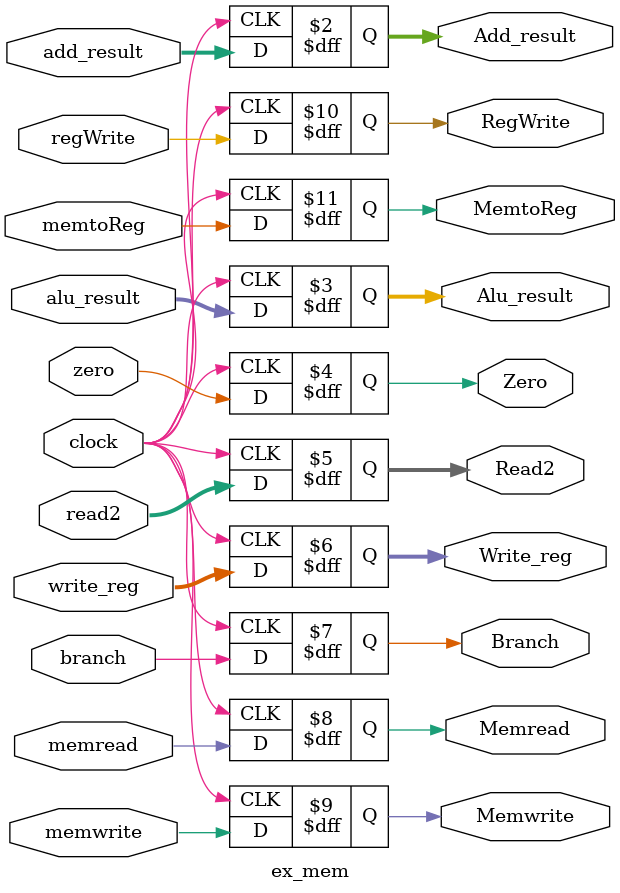
<source format=v>
module ex_mem (
	input clock,
	//Data for later
	input wire [63:0] add_result,
	input wire [63:0] alu_result,
	input wire zero,
	input wire [63:0] read2,
	input wire [4:0] write_reg,
	
	//Mem
	input wire branch,
	input wire memread,
	input wire memwrite,
	//WB
	input wire regWrite,
	input wire memtoReg,

	//Outputs
	output reg [63:0] Add_result,
	output reg [63:0] Alu_result,
	output reg Zero,
	output reg [63:0] Read2,
	output reg [4:0] Write_reg,
	//Mem
	output reg Branch,
	output reg Memread,
	output reg Memwrite,
	//WB
	output reg RegWrite,
	output reg MemtoReg

);

always @(posedge(clock)) begin

	Add_result = add_result;
	Alu_result = alu_result;
	Zero = zero;
	Read2 = read2;
	Write_reg = write_reg;
	Branch = branch;
	Memread = memread;
	Memwrite = memwrite;
	RegWrite = regWrite;
	MemtoReg = memtoReg;

end

endmodule
</source>
